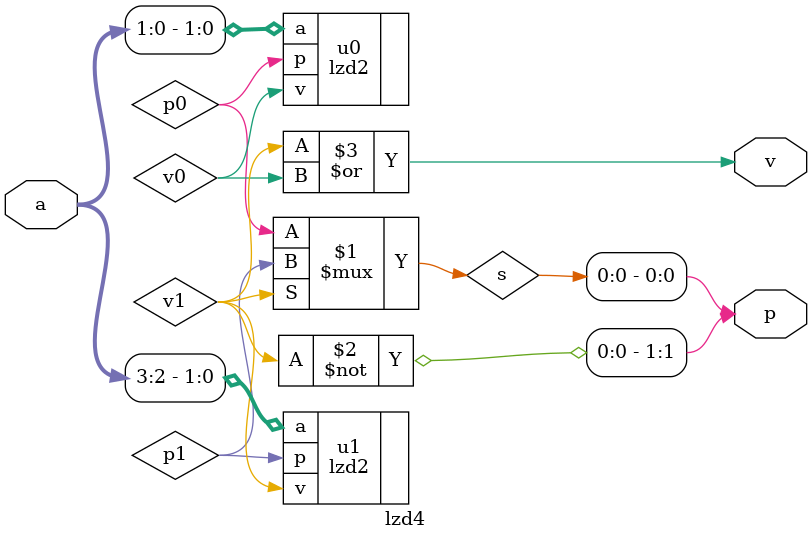
<source format=v>
`timescale 1ns / 1ps
module lzd4(
	input [3:0] a,
	output [1:0] p,
	output v);

wire p1, v1, p0, v0, s;

lzd2 u0(
	.a(a[1:0]),
	.p(p0),
	.v(v0)
);

lzd2 u1(
	.a(a[3:2]),
	.p(p1),
	.v(v1)
);

assign s = (v1)?p1:p0;
assign p = {~v1,s};
assign v = v1 | v0;

endmodule

</source>
